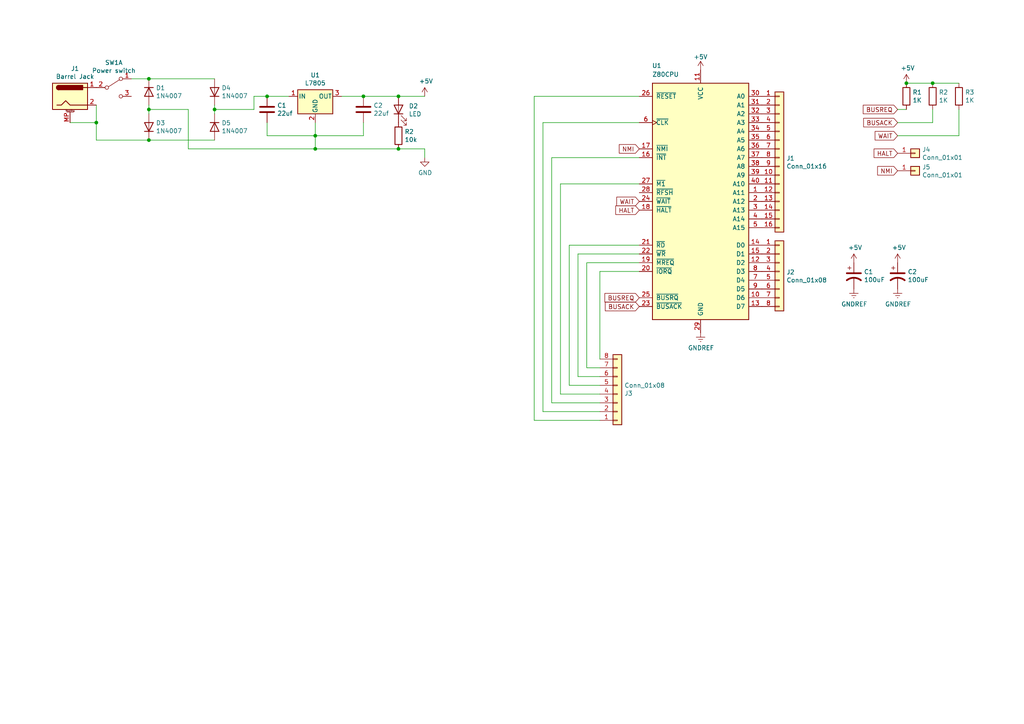
<source format=kicad_sch>
(kicad_sch (version 20230121) (generator eeschema)
  (paper "A4")
  (lib_symbols
    (symbol "Bread Board Z80 Project-rescue:CP1-Device" (pin_numbers hide) (pin_names (offset 0.254) hide)
      (property "Reference" "C" (at 0.635 2.54 0))
      (property "Value" "Device_CP1" (at 0.635 -2.54 0))
      (symbol "CP1-Device_0_1"
        (polyline (pts (xy -2.032 0.762) (xy 2.032 0.762)) (stroke (width 0.508)))
        (polyline (pts (xy -1.778 2.286) (xy -0.762 2.286)))
        (polyline (pts (xy -1.27 1.778) (xy -1.27 2.794)))
        (arc (start 2.032 -1.27) (mid 0 -0.5572) (end -2.032 -1.27) (stroke (width 0.508)))
      )
      (symbol "CP1-Device_1_1"
        (pin passive line (at 0 3.81 270) (length 2.794) (name "~") (number "1"))
        (pin passive line (at 0 -3.81 90) (length 3.302) (name "~") (number "2"))
      )
    )
    (symbol "CPU:Z80CPU" (pin_names (offset 1.016))
      (property "Reference" "U" (at -13.97 35.56 0))
      (property "Value" "Z80CPU" (at 6.35 35.56 0))
      (symbol "Z80CPU_0_1"
        (rectangle (start -13.97 34.29) (end 13.97 -34.29) (stroke (width 0.254)) (fill (type background)))
      )
      (symbol "Z80CPU_1_1"
        (pin output line (at 17.78 2.54 180) (length 3.81) (name "A11") (number "1"))
        (pin bidirectional line (at 17.78 -27.94 180) (length 3.81) (name "D6") (number "10"))
        (pin power_in line (at 0 38.1 270) (length 3.81) (name "VCC") (number "11"))
        (pin bidirectional line (at 17.78 -17.78 180) (length 3.81) (name "D2") (number "12"))
        (pin bidirectional line (at 17.78 -30.48 180) (length 3.81) (name "D7") (number "13"))
        (pin bidirectional line (at 17.78 -12.7 180) (length 3.81) (name "D0") (number "14"))
        (pin bidirectional line (at 17.78 -15.24 180) (length 3.81) (name "D1") (number "15"))
        (pin input line (at -17.78 12.7 0) (length 3.81) (name "~{INT}") (number "16"))
        (pin input line (at -17.78 15.24 0) (length 3.81) (name "~{NMI}") (number "17"))
        (pin output line (at -17.78 -2.54 0) (length 3.81) (name "~{HALT}") (number "18"))
        (pin output line (at -17.78 -17.78 0) (length 3.81) (name "~{MREQ}") (number "19"))
        (pin output line (at 17.78 0 180) (length 3.81) (name "A12") (number "2"))
        (pin output line (at -17.78 -20.32 0) (length 3.81) (name "~{IORQ}") (number "20"))
        (pin output line (at -17.78 -12.7 0) (length 3.81) (name "~{RD}") (number "21"))
        (pin output line (at -17.78 -15.24 0) (length 3.81) (name "~{WR}") (number "22"))
        (pin output line (at -17.78 -30.48 0) (length 3.81) (name "~{BUSACK}") (number "23"))
        (pin input line (at -17.78 0 0) (length 3.81) (name "~{WAIT}") (number "24"))
        (pin input line (at -17.78 -27.94 0) (length 3.81) (name "~{BUSRQ}") (number "25"))
        (pin input line (at -17.78 30.48 0) (length 3.81) (name "~{RESET}") (number "26"))
        (pin output line (at -17.78 5.08 0) (length 3.81) (name "~{M1}") (number "27"))
        (pin output line (at -17.78 2.54 0) (length 3.81) (name "~{RFSH}") (number "28"))
        (pin power_in line (at 0 -38.1 90) (length 3.81) (name "GND") (number "29"))
        (pin output line (at 17.78 -2.54 180) (length 3.81) (name "A13") (number "3"))
        (pin output line (at 17.78 30.48 180) (length 3.81) (name "A0") (number "30"))
        (pin output line (at 17.78 27.94 180) (length 3.81) (name "A1") (number "31"))
        (pin output line (at 17.78 25.4 180) (length 3.81) (name "A2") (number "32"))
        (pin output line (at 17.78 22.86 180) (length 3.81) (name "A3") (number "33"))
        (pin output line (at 17.78 20.32 180) (length 3.81) (name "A4") (number "34"))
        (pin output line (at 17.78 17.78 180) (length 3.81) (name "A5") (number "35"))
        (pin output line (at 17.78 15.24 180) (length 3.81) (name "A6") (number "36"))
        (pin output line (at 17.78 12.7 180) (length 3.81) (name "A7") (number "37"))
        (pin output line (at 17.78 10.16 180) (length 3.81) (name "A8") (number "38"))
        (pin output line (at 17.78 7.62 180) (length 3.81) (name "A9") (number "39"))
        (pin output line (at 17.78 -5.08 180) (length 3.81) (name "A14") (number "4"))
        (pin output line (at 17.78 5.08 180) (length 3.81) (name "A10") (number "40"))
        (pin output line (at 17.78 -7.62 180) (length 3.81) (name "A15") (number "5"))
        (pin input clock (at -17.78 22.86 0) (length 3.81) (name "~{CLK}") (number "6"))
        (pin bidirectional line (at 17.78 -22.86 180) (length 3.81) (name "D4") (number "7"))
        (pin bidirectional line (at 17.78 -20.32 180) (length 3.81) (name "D3") (number "8"))
        (pin bidirectional line (at 17.78 -25.4 180) (length 3.81) (name "D5") (number "9"))
      )
    )
    (symbol "Connector:Barrel_Jack_MountingPin" (pin_names hide)
      (property "Reference" "J" (at 0 5.334 0))
      (property "Value" "Barrel_Jack_MountingPin" (at 1.27 -6.35 0))
      (symbol "Barrel_Jack_MountingPin_0_1"
        (rectangle (start -5.08 3.81) (end 5.08 -3.81) (stroke (width 0.254)) (fill (type background)))
        (arc (start -3.302 3.175) (mid -3.9343 2.54) (end -3.302 1.905) (stroke (width 0.254)))
        (arc (start -3.302 3.175) (mid -3.9343 2.54) (end -3.302 1.905) (stroke (width 0.254)) (fill (type outline)))
        (polyline (pts (xy 5.08 2.54) (xy 3.81 2.54)) (stroke (width 0.254)))
        (polyline (pts (xy -3.81 -2.54) (xy -2.54 -2.54) (xy -1.27 -1.27) (xy 0 -2.54) (xy 2.54 -2.54) (xy 5.08 -2.54)) (stroke (width 0.254)))
        (rectangle (start 3.683 3.175) (end -3.302 1.905) (stroke (width 0.254)) (fill (type outline)))
      )
      (symbol "Barrel_Jack_MountingPin_1_1"
        (polyline (pts (xy -1.016 -4.572) (xy 1.016 -4.572)) (stroke (width 0.1524)))
        (text "Mounting" (at 0 -4.191 0) (effects (font (size 0.381 0.381))))
        (pin passive line (at 7.62 2.54 180) (length 2.54) (name "~") (number "1"))
        (pin passive line (at 7.62 -2.54 180) (length 2.54) (name "~") (number "2"))
        (pin passive line (at 0 -7.62 90) (length 3.048) (name "MountPin") (number "MP"))
      )
    )
    (symbol "Connector_Generic:Conn_01x01" (pin_names (offset 1.016) hide)
      (property "Reference" "J" (at 0 2.54 0))
      (property "Value" "Conn_01x01" (at 0 -2.54 0))
      (symbol "Conn_01x01_1_1"
        (rectangle (start -1.27 0.127) (end 0 -0.127) (stroke (width 0.1524)))
        (rectangle (start -1.27 1.27) (end 1.27 -1.27) (stroke (width 0.254)) (fill (type background)))
        (pin passive line (at -5.08 0 0) (length 3.81) (name "Pin_1") (number "1"))
      )
    )
    (symbol "Connector_Generic:Conn_01x08" (pin_names (offset 1.016) hide)
      (property "Reference" "J" (at 0 10.16 0))
      (property "Value" "Conn_01x08" (at 0 -12.7 0))
      (symbol "Conn_01x08_1_1"
        (rectangle (start -1.27 -10.033) (end 0 -10.287) (stroke (width 0.1524)))
        (rectangle (start -1.27 -7.493) (end 0 -7.747) (stroke (width 0.1524)))
        (rectangle (start -1.27 -4.953) (end 0 -5.207) (stroke (width 0.1524)))
        (rectangle (start -1.27 -2.413) (end 0 -2.667) (stroke (width 0.1524)))
        (rectangle (start -1.27 0.127) (end 0 -0.127) (stroke (width 0.1524)))
        (rectangle (start -1.27 2.667) (end 0 2.413) (stroke (width 0.1524)))
        (rectangle (start -1.27 5.207) (end 0 4.953) (stroke (width 0.1524)))
        (rectangle (start -1.27 7.747) (end 0 7.493) (stroke (width 0.1524)))
        (rectangle (start -1.27 8.89) (end 1.27 -11.43) (stroke (width 0.254)) (fill (type background)))
        (pin passive line (at -5.08 7.62 0) (length 3.81) (name "Pin_1") (number "1"))
        (pin passive line (at -5.08 5.08 0) (length 3.81) (name "Pin_2") (number "2"))
        (pin passive line (at -5.08 2.54 0) (length 3.81) (name "Pin_3") (number "3"))
        (pin passive line (at -5.08 0 0) (length 3.81) (name "Pin_4") (number "4"))
        (pin passive line (at -5.08 -2.54 0) (length 3.81) (name "Pin_5") (number "5"))
        (pin passive line (at -5.08 -5.08 0) (length 3.81) (name "Pin_6") (number "6"))
        (pin passive line (at -5.08 -7.62 0) (length 3.81) (name "Pin_7") (number "7"))
        (pin passive line (at -5.08 -10.16 0) (length 3.81) (name "Pin_8") (number "8"))
      )
    )
    (symbol "Connector_Generic:Conn_01x16" (pin_names (offset 1.016) hide)
      (property "Reference" "J" (at 0 20.32 0))
      (property "Value" "Conn_01x16" (at 0 -22.86 0))
      (symbol "Conn_01x16_1_1"
        (rectangle (start -1.27 -20.193) (end 0 -20.447) (stroke (width 0.1524)))
        (rectangle (start -1.27 -17.653) (end 0 -17.907) (stroke (width 0.1524)))
        (rectangle (start -1.27 -15.113) (end 0 -15.367) (stroke (width 0.1524)))
        (rectangle (start -1.27 -12.573) (end 0 -12.827) (stroke (width 0.1524)))
        (rectangle (start -1.27 -10.033) (end 0 -10.287) (stroke (width 0.1524)))
        (rectangle (start -1.27 -7.493) (end 0 -7.747) (stroke (width 0.1524)))
        (rectangle (start -1.27 -4.953) (end 0 -5.207) (stroke (width 0.1524)))
        (rectangle (start -1.27 -2.413) (end 0 -2.667) (stroke (width 0.1524)))
        (rectangle (start -1.27 0.127) (end 0 -0.127) (stroke (width 0.1524)))
        (rectangle (start -1.27 2.667) (end 0 2.413) (stroke (width 0.1524)))
        (rectangle (start -1.27 5.207) (end 0 4.953) (stroke (width 0.1524)))
        (rectangle (start -1.27 7.747) (end 0 7.493) (stroke (width 0.1524)))
        (rectangle (start -1.27 10.287) (end 0 10.033) (stroke (width 0.1524)))
        (rectangle (start -1.27 12.827) (end 0 12.573) (stroke (width 0.1524)))
        (rectangle (start -1.27 15.367) (end 0 15.113) (stroke (width 0.1524)))
        (rectangle (start -1.27 17.907) (end 0 17.653) (stroke (width 0.1524)))
        (rectangle (start -1.27 19.05) (end 1.27 -21.59) (stroke (width 0.254)) (fill (type background)))
        (pin passive line (at -5.08 17.78 0) (length 3.81) (name "Pin_1") (number "1"))
        (pin passive line (at -5.08 -5.08 0) (length 3.81) (name "Pin_10") (number "10"))
        (pin passive line (at -5.08 -7.62 0) (length 3.81) (name "Pin_11") (number "11"))
        (pin passive line (at -5.08 -10.16 0) (length 3.81) (name "Pin_12") (number "12"))
        (pin passive line (at -5.08 -12.7 0) (length 3.81) (name "Pin_13") (number "13"))
        (pin passive line (at -5.08 -15.24 0) (length 3.81) (name "Pin_14") (number "14"))
        (pin passive line (at -5.08 -17.78 0) (length 3.81) (name "Pin_15") (number "15"))
        (pin passive line (at -5.08 -20.32 0) (length 3.81) (name "Pin_16") (number "16"))
        (pin passive line (at -5.08 15.24 0) (length 3.81) (name "Pin_2") (number "2"))
        (pin passive line (at -5.08 12.7 0) (length 3.81) (name "Pin_3") (number "3"))
        (pin passive line (at -5.08 10.16 0) (length 3.81) (name "Pin_4") (number "4"))
        (pin passive line (at -5.08 7.62 0) (length 3.81) (name "Pin_5") (number "5"))
        (pin passive line (at -5.08 5.08 0) (length 3.81) (name "Pin_6") (number "6"))
        (pin passive line (at -5.08 2.54 0) (length 3.81) (name "Pin_7") (number "7"))
        (pin passive line (at -5.08 0 0) (length 3.81) (name "Pin_8") (number "8"))
        (pin passive line (at -5.08 -2.54 0) (length 3.81) (name "Pin_9") (number "9"))
      )
    )
    (symbol "Device:C" (pin_numbers hide) (pin_names (offset 0.254))
      (property "Reference" "C" (at 0.635 2.54 0))
      (property "Value" "C" (at 0.635 -2.54 0))
      (symbol "C_0_1"
        (polyline (pts (xy -2.032 -0.762) (xy 2.032 -0.762)) (stroke (width 0.508)))
        (polyline (pts (xy -2.032 0.762) (xy 2.032 0.762)) (stroke (width 0.508)))
      )
      (symbol "C_1_1"
        (pin passive line (at 0 3.81 270) (length 2.794) (name "~") (number "1"))
        (pin passive line (at 0 -3.81 90) (length 2.794) (name "~") (number "2"))
      )
    )
    (symbol "Device:LED" (pin_numbers hide) (pin_names (offset 1.016) hide)
      (property "Reference" "D" (at 0 2.54 0))
      (property "Value" "LED" (at 0 -2.54 0))
      (symbol "LED_0_1"
        (polyline (pts (xy -1.27 -1.27) (xy -1.27 1.27)) (stroke (width 0.254)))
        (polyline (pts (xy -1.27 0) (xy 1.27 0)))
        (polyline (pts (xy 1.27 -1.27) (xy 1.27 1.27) (xy -1.27 0) (xy 1.27 -1.27)) (stroke (width 0.254)))
        (polyline (pts (xy -3.048 -0.762) (xy -4.572 -2.286) (xy -3.81 -2.286) (xy -4.572 -2.286) (xy -4.572 -1.524)))
        (polyline (pts (xy -1.778 -0.762) (xy -3.302 -2.286) (xy -2.54 -2.286) (xy -3.302 -2.286) (xy -3.302 -1.524)))
      )
      (symbol "LED_1_1"
        (pin passive line (at -3.81 0 0) (length 2.54) (name "K") (number "1"))
        (pin passive line (at 3.81 0 180) (length 2.54) (name "A") (number "2"))
      )
    )
    (symbol "Device:R" (pin_numbers hide) (pin_names (offset 0))
      (property "Reference" "R" (at 2.032 0 90))
      (property "Value" "R" (at 0 0 90))
      (symbol "R_0_1"
        (rectangle (start -1.016 -2.54) (end 1.016 2.54) (stroke (width 0.254)))
      )
      (symbol "R_1_1"
        (pin passive line (at 0 3.81 270) (length 1.27) (name "~") (number "1"))
        (pin passive line (at 0 -3.81 90) (length 1.27) (name "~") (number "2"))
      )
    )
    (symbol "Diode:1N4007" (pin_numbers hide) (pin_names hide)
      (property "Reference" "D" (at 0 2.54 0))
      (property "Value" "1N4007" (at 0 -2.54 0))
      (symbol "1N4007_0_1"
        (polyline (pts (xy -1.27 1.27) (xy -1.27 -1.27)) (stroke (width 0.254)))
        (polyline (pts (xy 1.27 0) (xy -1.27 0)))
        (polyline (pts (xy 1.27 1.27) (xy 1.27 -1.27) (xy -1.27 0) (xy 1.27 1.27)) (stroke (width 0.254)))
      )
      (symbol "1N4007_1_1"
        (pin passive line (at -3.81 0 0) (length 2.54) (name "K") (number "1"))
        (pin passive line (at 3.81 0 180) (length 2.54) (name "A") (number "2"))
      )
    )
    (symbol "Regulator_Linear:L7805" (pin_names (offset 0.254))
      (property "Reference" "U" (at -3.81 3.175 0))
      (property "Value" "L7805" (at 0 3.175 0))
      (symbol "L7805_0_1"
        (rectangle (start -5.08 1.905) (end 5.08 -5.08) (stroke (width 0.254)) (fill (type background)))
      )
      (symbol "L7805_1_1"
        (pin power_in line (at -7.62 0 0) (length 2.54) (name "IN") (number "1"))
        (pin power_in line (at 0 -7.62 90) (length 2.54) (name "GND") (number "2"))
        (pin power_out line (at 7.62 0 180) (length 2.54) (name "OUT") (number "3"))
      )
    )
    (symbol "Switch:SW_DPDT_x2" (pin_names (offset 0) hide)
      (property "Reference" "SW" (at 0 4.318 0))
      (property "Value" "SW_DPDT_x2" (at 0 -5.08 0))
      (symbol "SW_DPDT_x2_0_0"
        (circle (center -2.032 0) (radius 0.508))
        (circle (center 2.032 -2.54) (radius 0.508))
      )
      (symbol "SW_DPDT_x2_0_1"
        (polyline (pts (xy -1.524 0.254) (xy 1.651 2.286)))
        (circle (center 2.032 2.54) (radius 0.508))
      )
      (symbol "SW_DPDT_x2_1_1"
        (pin passive line (at 5.08 2.54 180) (length 2.54) (name "A") (number "1"))
        (pin passive line (at -5.08 0 0) (length 2.54) (name "B") (number "2"))
        (pin passive line (at 5.08 -2.54 180) (length 2.54) (name "C") (number "3"))
      )
      (symbol "SW_DPDT_x2_2_1"
        (pin passive line (at 5.08 2.54 180) (length 2.54) (name "A") (number "4"))
        (pin passive line (at -5.08 0 0) (length 2.54) (name "B") (number "5"))
        (pin passive line (at 5.08 -2.54 180) (length 2.54) (name "C") (number "6"))
      )
    )
    (symbol "power:+5V" (power) (pin_names (offset 0))
      (property "Value" "+5V" (at 0 3.556 0))
      (symbol "+5V_0_1"
        (polyline (pts (xy -0.762 1.27) (xy 0 2.54)))
        (polyline (pts (xy 0 0) (xy 0 2.54)))
        (polyline (pts (xy 0 2.54) (xy 0.762 1.27)))
      )
      (symbol "+5V_1_1"
        (pin power_in line (at 0 0 90) (length 0) hide (name "+5V") (number "1"))
      )
    )
    (symbol "power:GND" (power) (pin_names (offset 0))
      (property "Value" "GND" (at 0 -3.81 0))
      (symbol "GND_0_1"
        (polyline (pts (xy 0 0) (xy 0 -1.27) (xy 1.27 -1.27) (xy 0 -2.54) (xy -1.27 -1.27) (xy 0 -1.27)))
      )
      (symbol "GND_1_1"
        (pin power_in line (at 0 0 270) (length 0) hide (name "GND") (number "1"))
      )
    )
    (symbol "power:GNDREF" (power) (pin_names (offset 0))
      (property "Value" "GNDREF" (at 0 -3.81 0))
      (symbol "GNDREF_0_1"
        (polyline (pts (xy -0.635 -1.905) (xy 0.635 -1.905)))
        (polyline (pts (xy -0.127 -2.54) (xy 0.127 -2.54)))
        (polyline (pts (xy 0 -1.27) (xy 0 0)))
        (polyline (pts (xy 1.27 -1.27) (xy -1.27 -1.27)))
      )
      (symbol "GNDREF_1_1"
        (pin power_in line (at 0 0 270) (length 0) hide (name "GNDREF") (number "1"))
      )
    )
  )
  (junction (at 43.18 40.64))
  (junction (at 62.23 31.75))
  (junction (at 115.57 43.18))
  (junction (at 262.89 24.13))
  (junction (at 115.57 27.94))
  (junction (at 43.18 31.75))
  (junction (at 91.44 43.18))
  (junction (at 27.94 35.56))
  (junction (at 91.44 39.37))
  (junction (at 77.47 27.94))
  (junction (at 43.18 22.86))
  (junction (at 270.51 24.13))
  (junction (at 105.41 27.94))
  (wire (pts (xy 73.66 27.94) (xy 77.47 27.94)))
  (wire (pts (xy 260.35 31.75) (xy 262.89 31.75)))
  (wire (pts (xy 43.18 31.75) (xy 43.18 33.02)))
  (wire (pts (xy 27.94 40.64) (xy 43.18 40.64)))
  (wire (pts (xy 105.41 35.56) (xy 105.41 39.37)))
  (wire (pts (xy 173.99 78.74) (xy 173.99 104.14)))
  (wire (pts (xy 185.42 73.66) (xy 167.64 73.66)))
  (wire (pts (xy 115.57 27.94) (xy 123.19 27.94)))
  (wire (pts (xy 54.61 43.18) (xy 91.44 43.18)))
  (wire (pts (xy 99.06 27.94) (xy 105.41 27.94)))
  (wire (pts (xy 270.51 31.75) (xy 270.51 35.56)))
  (wire (pts (xy 162.56 53.34) (xy 162.56 114.3)))
  (wire (pts (xy 43.18 30.48) (xy 43.18 31.75)))
  (wire (pts (xy 167.64 73.66) (xy 167.64 109.22)))
  (wire (pts (xy 278.13 31.75) (xy 278.13 39.37)))
  (wire (pts (xy 91.44 39.37) (xy 91.44 43.18)))
  (wire (pts (xy 185.42 71.12) (xy 165.1 71.12)))
  (wire (pts (xy 62.23 31.75) (xy 62.23 33.02)))
  (wire (pts (xy 185.42 45.72) (xy 160.02 45.72)))
  (wire (pts (xy 185.42 76.2) (xy 170.18 76.2)))
  (wire (pts (xy 262.89 24.13) (xy 270.51 24.13)))
  (wire (pts (xy 165.1 71.12) (xy 165.1 111.76)))
  (wire (pts (xy 115.57 43.18) (xy 123.19 43.18)))
  (wire (pts (xy 170.18 106.68) (xy 173.99 106.68)))
  (wire (pts (xy 185.42 78.74) (xy 173.99 78.74)))
  (wire (pts (xy 260.35 39.37) (xy 278.13 39.37)))
  (wire (pts (xy 105.41 27.94) (xy 115.57 27.94)))
  (wire (pts (xy 173.99 119.38) (xy 157.48 119.38)))
  (wire (pts (xy 27.94 30.48) (xy 27.94 35.56)))
  (wire (pts (xy 77.47 35.56) (xy 77.47 39.37)))
  (wire (pts (xy 160.02 45.72) (xy 160.02 116.84)))
  (wire (pts (xy 105.41 39.37) (xy 91.44 39.37)))
  (wire (pts (xy 73.66 31.75) (xy 73.66 27.94)))
  (wire (pts (xy 185.42 35.56) (xy 157.48 35.56)))
  (wire (pts (xy 20.32 35.56) (xy 27.94 35.56)))
  (wire (pts (xy 91.44 35.56) (xy 91.44 39.37)))
  (wire (pts (xy 54.61 31.75) (xy 54.61 43.18)))
  (wire (pts (xy 160.02 116.84) (xy 173.99 116.84)))
  (wire (pts (xy 185.42 53.34) (xy 162.56 53.34)))
  (wire (pts (xy 43.18 40.64) (xy 62.23 40.64)))
  (wire (pts (xy 62.23 30.48) (xy 62.23 31.75)))
  (wire (pts (xy 38.1 22.86) (xy 43.18 22.86)))
  (wire (pts (xy 173.99 109.22) (xy 167.64 109.22)))
  (wire (pts (xy 43.18 22.86) (xy 62.23 22.86)))
  (wire (pts (xy 157.48 35.56) (xy 157.48 119.38)))
  (wire (pts (xy 77.47 27.94) (xy 83.82 27.94)))
  (wire (pts (xy 123.19 43.18) (xy 123.19 45.72)))
  (wire (pts (xy 185.42 27.94) (xy 154.94 27.94)))
  (wire (pts (xy 154.94 121.92) (xy 173.99 121.92)))
  (wire (pts (xy 165.1 111.76) (xy 173.99 111.76)))
  (wire (pts (xy 170.18 76.2) (xy 170.18 106.68)))
  (wire (pts (xy 91.44 43.18) (xy 115.57 43.18)))
  (wire (pts (xy 173.99 114.3) (xy 162.56 114.3)))
  (wire (pts (xy 260.35 35.56) (xy 270.51 35.56)))
  (wire (pts (xy 27.94 35.56) (xy 27.94 40.64)))
  (wire (pts (xy 43.18 31.75) (xy 54.61 31.75)))
  (wire (pts (xy 77.47 39.37) (xy 91.44 39.37)))
  (wire (pts (xy 154.94 27.94) (xy 154.94 121.92)))
  (wire (pts (xy 62.23 31.75) (xy 73.66 31.75)))
  (wire (pts (xy 270.51 24.13) (xy 278.13 24.13)))
  (global_label "HALT" (shape input) (at 185.42 60.96 180) (property "Intersheetrefs" "${INTERSHEET_REFS}" (effects hide)))
  (global_label "HALT" (shape input) (at 260.35 44.45 180) (property "Intersheetrefs" "${INTERSHEET_REFS}" (effects hide)))
  (global_label "BUSREQ" (shape input) (at 185.42 86.36 180) (property "Intersheetrefs" "${INTERSHEET_REFS}" (effects hide)))
  (global_label "BUSACK" (shape input) (at 185.42 88.9 180) (property "Intersheetrefs" "${INTERSHEET_REFS}" (effects hide)))
  (global_label "BUSREQ" (shape input) (at 260.35 31.75 180) (property "Intersheetrefs" "${INTERSHEET_REFS}" (effects hide)))
  (global_label "WAIT" (shape input) (at 260.35 39.37 180) (property "Intersheetrefs" "${INTERSHEET_REFS}" (effects hide)))
  (global_label "WAIT" (shape input) (at 185.42 58.42 180) (property "Intersheetrefs" "${INTERSHEET_REFS}" (effects hide)))
  (global_label "NMI" (shape input) (at 185.42 43.18 180) (property "Intersheetrefs" "${INTERSHEET_REFS}" (effects hide)))
  (global_label "BUSACK" (shape input) (at 260.35 35.56 180) (property "Intersheetrefs" "${INTERSHEET_REFS}" (effects hide)))
  (global_label "NMI" (shape input) (at 260.35 49.53 180) (property "Intersheetrefs" "${INTERSHEET_REFS}" (effects hide)))
  (symbol (lib_id "CPU:Z80CPU") (at 203.2 58.42 0) (unit 1)
    (property "Reference" "U1" (at 190.5 19.05 0))
    (property "Value" "Z80CPU" (at 193.04 21.59 0))
    (property "Datasheet" "www.zilog.com/manage_directlink.php?filepath=docs/z80/um0080" (effects hide))
  )
  (symbol (lib_id "Connector_Generic:Conn_01x16") (at 226.06 45.72 0) (unit 1)
    (property "Reference" "J1" (at 228.092 45.9232 0) (effects (justify left)))
    (property "Value" "Conn_01x16" (at 228.092 48.2346 0) (effects (justify left)))
  )
  (symbol (lib_id "Connector_Generic:Conn_01x08") (at 226.06 78.74 0) (unit 1)
    (property "Reference" "J2" (at 228.092 78.9432 0) (effects (justify left)))
    (property "Value" "Conn_01x08" (at 228.092 81.2546 0) (effects (justify left)))
  )
  (symbol (lib_id "Connector_Generic:Conn_01x08") (at 179.07 114.3 0) (mirror x) (unit 1)
    (property "Reference" "J3" (at 181.102 114.0968 0) (effects (justify left)))
    (property "Value" "Conn_01x08" (at 181.102 111.7854 0) (effects (justify left)))
  )
  (symbol (lib_id "power:GNDREF") (at 203.2 96.52 0) (unit 1)
    (property "Reference" "#PWR?" (effects hide))
    (property "Value" "GNDREF" (at 203.327 100.9142 0))
  )
  (symbol (lib_id "Connector_Generic:Conn_01x01") (at 265.43 44.45 0) (unit 1)
    (property "Reference" "J4" (at 267.462 43.3832 0) (effects (justify left)))
    (property "Value" "Conn_01x01" (at 267.462 45.6946 0) (effects (justify left)))
  )
  (symbol (lib_id "power:GNDREF") (at 247.65 83.82 0) (unit 1)
    (property "Reference" "#PWR?" (effects hide))
    (property "Value" "GNDREF" (at 247.777 88.2142 0))
  )
  (symbol (lib_id "Bread Board Z80 Project-rescue:CP1-Device") (at 247.65 80.01 0) (unit 1)
    (property "Reference" "C1" (at 250.571 78.8416 0) (effects (justify left)))
    (property "Value" "100uF" (at 250.571 81.153 0) (effects (justify left)))
  )
  (symbol (lib_id "power:+5V") (at 247.65 76.2 0) (unit 1)
    (property "Reference" "#PWR?" (effects hide))
    (property "Value" "+5V" (at 248.031 71.8058 0))
  )
  (symbol (lib_id "power:GNDREF") (at 260.35 83.82 0) (unit 1)
    (property "Reference" "#PWR?" (effects hide))
    (property "Value" "GNDREF" (at 260.477 88.2142 0))
  )
  (symbol (lib_id "Bread Board Z80 Project-rescue:CP1-Device") (at 260.35 80.01 0) (unit 1)
    (property "Reference" "C2" (at 263.271 78.8416 0) (effects (justify left)))
    (property "Value" "100uF" (at 263.271 81.153 0) (effects (justify left)))
  )
  (symbol (lib_id "power:+5V") (at 260.35 76.2 0) (unit 1)
    (property "Reference" "#PWR?" (effects hide))
    (property "Value" "+5V" (at 260.731 71.8058 0))
  )
  (symbol (lib_id "power:+5V") (at 203.2 20.32 0) (unit 1)
    (property "Reference" "#PWR?" (effects hide))
    (property "Value" "+5V" (at 203.2 16.51 0))
  )
  (symbol (lib_id "power:+5V") (at 262.89 24.13 0) (unit 1)
    (property "Reference" "#PWR?" (effects hide))
    (property "Value" "+5V" (at 263.271 19.7358 0))
  )
  (symbol (lib_id "Device:R") (at 262.89 27.94 0) (unit 1)
    (property "Reference" "R1" (at 264.668 26.7716 0) (effects (justify left)))
    (property "Value" "1K" (at 264.668 29.083 0) (effects (justify left)))
  )
  (symbol (lib_id "Device:R") (at 270.51 27.94 0) (unit 1)
    (property "Reference" "R2" (at 272.288 26.7716 0) (effects (justify left)))
    (property "Value" "1K" (at 272.288 29.083 0) (effects (justify left)))
  )
  (symbol (lib_id "Device:R") (at 278.13 27.94 0) (unit 1)
    (property "Reference" "R3" (at 279.908 26.7716 0) (effects (justify left)))
    (property "Value" "1K" (at 279.908 29.083 0) (effects (justify left)))
  )
  (symbol (lib_id "Connector_Generic:Conn_01x01") (at 265.43 49.53 0) (unit 1)
    (property "Reference" "J5" (at 267.462 48.4632 0) (effects (justify left)))
    (property "Value" "Conn_01x01" (at 267.462 50.7746 0) (effects (justify left)))
  )
  (symbol (lib_id "Connector:Barrel_Jack_MountingPin") (at 20.32 27.94 0) (unit 1)
    (property "Reference" "J1" (at 21.7678 19.8882 0))
    (property "Value" "Barrel Jack" (at 21.7678 22.1996 0))
  )
  (symbol (lib_id "power:GND") (at 123.19 45.72 0) (unit 1)
    (property "Reference" "#PWR01" (effects hide))
    (property "Value" "GND" (at 123.317 50.1142 0))
  )
  (symbol (lib_id "Regulator_Linear:L7805") (at 91.44 27.94 0) (unit 1)
    (property "Reference" "U1" (at 91.44 21.7932 0))
    (property "Value" "L7805" (at 91.44 24.1046 0))
    (property "Datasheet" "http://www.st.com/content/ccc/resource/technical/document/datasheet/41/4f/b3/b0/12/d4/47/88/CD00000444.pdf/files/CD00000444.pdf/jcr:content/translations/en.CD00000444.pdf" (effects hide))
  )
  (symbol (lib_id "Device:C") (at 77.47 31.75 0) (unit 1)
    (property "Reference" "C1" (at 80.391 30.5816 0) (effects (justify left)))
    (property "Value" "22uf" (at 80.391 32.893 0) (effects (justify left)))
  )
  (symbol (lib_id "Device:C") (at 105.41 31.75 0) (unit 1)
    (property "Reference" "C2" (at 108.331 30.5816 0) (effects (justify left)))
    (property "Value" "22uf" (at 108.331 32.893 0) (effects (justify left)))
  )
  (symbol (lib_id "power:+5V") (at 123.19 27.94 0) (unit 1)
    (property "Reference" "#PWR02" (effects hide))
    (property "Value" "+5V" (at 123.571 23.5458 0))
  )
  (symbol (lib_id "Diode:1N4007") (at 43.18 26.67 270) (unit 1)
    (property "Reference" "D1" (at 45.212 25.5016 90) (effects (justify left)))
    (property "Value" "1N4007" (at 45.212 27.813 90) (effects (justify left)))
    (property "Footprint" "Diode_THT:D_DO-41_SOD81_P10.16mm_Horizontal" (effects hide))
    (property "Datasheet" "http://www.vishay.com/docs/88503/1n4001.pdf" (effects hide))
  )
  (symbol (lib_id "Diode:1N4007") (at 62.23 36.83 270) (unit 1)
    (property "Reference" "D5" (at 64.262 35.6616 90) (effects (justify left)))
    (property "Value" "1N4007" (at 64.262 37.973 90) (effects (justify left)))
    (property "Footprint" "Diode_THT:D_DO-41_SOD81_P10.16mm_Horizontal" (effects hide))
    (property "Datasheet" "http://www.vishay.com/docs/88503/1n4001.pdf" (effects hide))
  )
  (symbol (lib_id "Diode:1N4007") (at 62.23 26.67 270) (mirror x) (unit 1)
    (property "Reference" "D4" (at 64.262 25.5016 90) (effects (justify left)))
    (property "Value" "1N4007" (at 64.262 27.813 90) (effects (justify left)))
    (property "Footprint" "Diode_THT:D_DO-41_SOD81_P10.16mm_Horizontal" (effects hide))
    (property "Datasheet" "http://www.vishay.com/docs/88503/1n4001.pdf" (effects hide))
  )
  (symbol (lib_id "Diode:1N4007") (at 43.18 36.83 270) (mirror x) (unit 1)
    (property "Reference" "D3" (at 45.212 35.6616 90) (effects (justify left)))
    (property "Value" "1N4007" (at 45.212 37.973 90) (effects (justify left)))
    (property "Footprint" "Diode_THT:D_DO-41_SOD81_P10.16mm_Horizontal" (effects hide))
    (property "Datasheet" "http://www.vishay.com/docs/88503/1n4001.pdf" (effects hide))
  )
  (symbol (lib_id "Device:LED") (at 115.57 31.75 90) (unit 1)
    (property "Reference" "D2" (at 118.5672 30.7594 90) (effects (justify right)))
    (property "Value" "LED" (at 118.5672 33.0708 90) (effects (justify right)))
  )
  (symbol (lib_id "Device:R") (at 115.57 39.37 0) (unit 1)
    (property "Reference" "R2" (at 117.348 38.2016 0) (effects (justify left)))
    (property "Value" "10k" (at 117.348 40.513 0) (effects (justify left)))
  )
  (symbol (lib_id "Switch:SW_DPDT_x2") (at 33.02 25.4 0) (unit 1)
    (property "Reference" "SW1" (at 33.02 18.161 0))
    (property "Value" "Power switch" (at 33.02 20.4724 0))
  )
)
</source>
